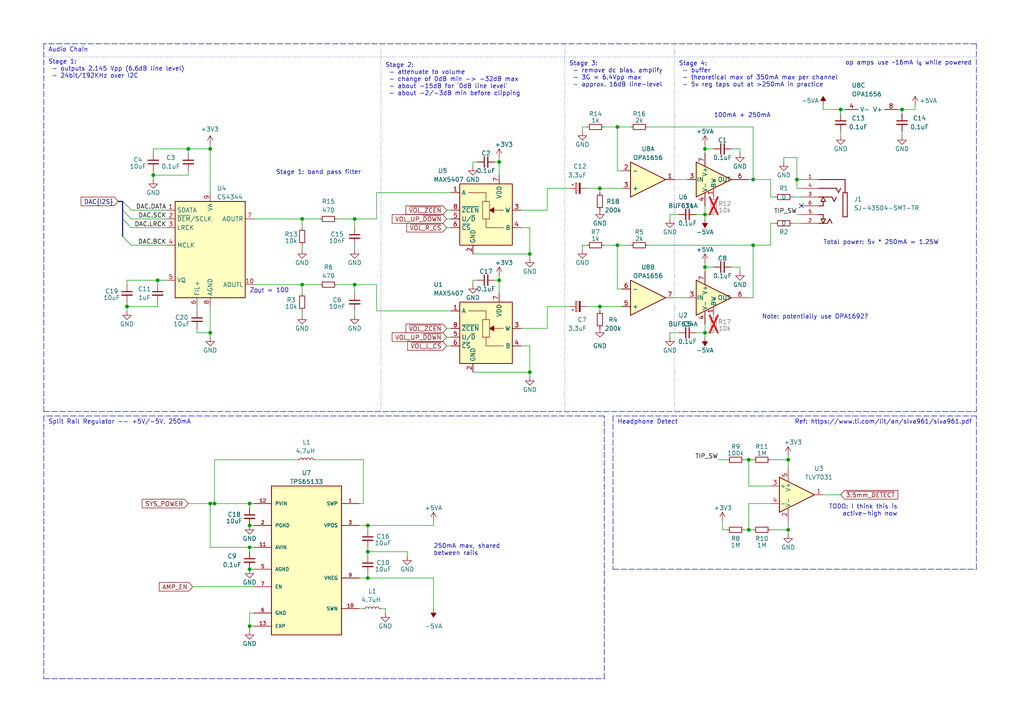
<source format=kicad_sch>
(kicad_sch (version 20230121) (generator eeschema)
  (paper "A4")
  (title_block (title "TANGARA") (date "2023-05-30") (rev "4") (company "made by jacqueline") (comment 1 "SPDX-License-Identifier: CERN-OHL-S-2.0"))
  (lib_symbols
    (symbol "Comparator:TLV7031DBV" (pin_names (offset 0.127))
      (property "Reference" "U" (at -1.27 6.35 0))
      (property "Value" "TLV7031DBV" (at -1.27 3.81 0))
      (symbol "TLV7031DBV_0_1"
        (polyline (pts (xy -5.08 5.08) (xy 5.08 0) (xy -5.08 -5.08) (xy -5.08 5.08)) (stroke (width 0.254)) (fill (type background)))
        (pin power_in line (at -2.54 -7.62 90) (length 3.81) (name "V-") (number "2"))
        (pin power_in line (at -2.54 7.62 270) (length 3.81) (name "V+") (number "5"))
      )
      (symbol "TLV7031DBV_1_1"
        (pin output line (at 7.62 0 180) (length 2.54) (name "~") (number "1"))
        (pin input line (at -7.62 2.54 0) (length 2.54) (name "+") (number "3"))
        (pin input line (at -7.62 -2.54 0) (length 2.54) (name "-") (number "4"))
      )
    )
    (symbol "Device:C_Polarized_Small" (pin_numbers hide) (pin_names (offset 0.254) hide)
      (property "Reference" "C" (at 0.254 1.778 0))
      (property "Value" "C_Polarized_Small" (at 0.254 -2.032 0))
      (symbol "C_Polarized_Small_0_1"
        (rectangle (start -1.524 -0.3048) (end 1.524 -0.6858) (fill (type outline)))
        (rectangle (start -1.524 0.6858) (end 1.524 0.3048))
        (polyline (pts (xy -1.27 1.524) (xy -0.762 1.524)))
        (polyline (pts (xy -1.016 1.27) (xy -1.016 1.778)))
      )
      (symbol "C_Polarized_Small_1_1"
        (pin passive line (at 0 2.54 270) (length 1.8542) (name "~") (number "1"))
        (pin passive line (at 0 -2.54 90) (length 1.8542) (name "~") (number "2"))
      )
    )
    (symbol "Device:C_Small" (pin_numbers hide) (pin_names (offset 0.254) hide)
      (property "Reference" "C" (at 0.254 1.778 0))
      (property "Value" "C_Small" (at 0.254 -2.032 0))
      (symbol "C_Small_0_1"
        (polyline (pts (xy -1.524 -0.508) (xy 1.524 -0.508)) (stroke (width 0.3302)))
        (polyline (pts (xy -1.524 0.508) (xy 1.524 0.508)) (stroke (width 0.3048)))
      )
      (symbol "C_Small_1_1"
        (pin passive line (at 0 2.54 270) (length 2.032) (name "~") (number "1"))
        (pin passive line (at 0 -2.54 90) (length 2.032) (name "~") (number "2"))
      )
    )
    (symbol "Device:L_Small" (pin_numbers hide) (pin_names (offset 0.254) hide)
      (property "Reference" "L" (at 0.762 1.016 0))
      (property "Value" "L_Small" (at 0.762 -1.016 0))
      (symbol "L_Small_0_1"
        (arc (start 0 -2.032) (mid 0.5058 -1.524) (end 0 -1.016))
        (arc (start 0 -1.016) (mid 0.5058 -0.508) (end 0 0))
        (arc (start 0 0) (mid 0.5058 0.508) (end 0 1.016))
        (arc (start 0 1.016) (mid 0.5058 1.524) (end 0 2.032))
      )
      (symbol "L_Small_1_1"
        (pin passive line (at 0 2.54 270) (length 0.508) (name "~") (number "1"))
        (pin passive line (at 0 -2.54 90) (length 0.508) (name "~") (number "2"))
      )
    )
    (symbol "Device:Opamp_Dual"
      (property "Reference" "U" (at 0 5.08 0))
      (property "Value" "Opamp_Dual" (at 0 -5.08 0))
      (symbol "Opamp_Dual_1_1"
        (polyline (pts (xy -5.08 5.08) (xy 5.08 0) (xy -5.08 -5.08) (xy -5.08 5.08)) (stroke (width 0.254)) (fill (type background)))
        (pin output line (at 7.62 0 180) (length 2.54) (name "~") (number "1"))
        (pin input line (at -7.62 -2.54 0) (length 2.54) (name "-") (number "2"))
        (pin input line (at -7.62 2.54 0) (length 2.54) (name "+") (number "3"))
      )
      (symbol "Opamp_Dual_2_1"
        (polyline (pts (xy -5.08 5.08) (xy 5.08 0) (xy -5.08 -5.08) (xy -5.08 5.08)) (stroke (width 0.254)) (fill (type background)))
        (pin input line (at -7.62 2.54 0) (length 2.54) (name "+") (number "5"))
        (pin input line (at -7.62 -2.54 0) (length 2.54) (name "-") (number "6"))
        (pin output line (at 7.62 0 180) (length 2.54) (name "~") (number "7"))
      )
      (symbol "Opamp_Dual_3_1"
        (pin power_in line (at -2.54 -7.62 90) (length 3.81) (name "V-") (number "4"))
        (pin power_in line (at -2.54 7.62 270) (length 3.81) (name "V+") (number "8"))
      )
    )
    (symbol "Device:R_Small" (pin_numbers hide) (pin_names (offset 0.254) hide)
      (property "Reference" "R" (at 0.762 0.508 0))
      (property "Value" "R_Small" (at 0.762 -1.016 0))
      (symbol "R_Small_0_1"
        (rectangle (start -0.762 1.778) (end 0.762 -1.778) (stroke (width 0.2032)))
      )
      (symbol "R_Small_1_1"
        (pin passive line (at 0 2.54 270) (length 0.762) (name "~") (number "1"))
        (pin passive line (at 0 -2.54 90) (length 0.762) (name "~") (number "2"))
      )
    )
    (symbol "MAX5407_1"
      (property "Reference" "U" (at -7.62 8.89 0))
      (property "Value" "MAX5407" (at 1.27 8.89 0))
      (symbol "MAX5407_1_0_1"
        (polyline (pts (xy 0 -2.54) (xy 0 -5.08) (xy 5.08 -5.08)))
        (polyline (pts (xy 5.08 0) (xy 3.81 0) (xy 1.27 0)))
        (polyline (pts (xy -5.08 5.08) (xy -2.54 5.08) (xy -2.54 5.08) (xy 0 5.08) (xy 0 2.54)))
      )
      (symbol "MAX5407_1_1_0"
        (pin passive line (at -10.16 -5.08 0) (length 2.54) (name "~{CS}") (number "6"))
        (pin passive line (at 3.81 10.16 270) (length 2.54) (name "VDD") (number "7"))
      )
      (symbol "MAX5407_1_1_1"
        (rectangle (start -7.62 7.62) (end 7.62 -10.16) (stroke (width 0.254)) (fill (type background)))
        (polyline (pts (xy 2.286 -0.762) (xy 2.286 0.762) (xy 1.016 0) (xy 2.286 -0.762)) (fill (type outline)))
        (rectangle (start 1.016 -2.54) (end -1.016 2.54))
        (pin passive line (at -10.16 5.08 0) (length 2.54) (name "A") (number "1"))
        (pin passive line (at -3.81 -12.7 90) (length 2.54) (name "GND") (number "2"))
        (pin passive line (at 10.16 0 180) (length 2.54) (name "W") (number "3"))
        (pin passive line (at 10.16 -5.08 180) (length 2.54) (name "B") (number "4"))
        (pin power_in line (at -10.16 -2.54 0) (length 2.54) (name "U/~{D}") (number "5"))
        (pin power_in line (at -10.16 0 0) (length 2.54) (name "~{ZCEN}") (number "8"))
      )
    )
    (symbol "power:+3V3" (power) (pin_names (offset 0))
      (property "Value" "+3V3" (at 0 3.556 0))
      (symbol "+3V3_0_1"
        (polyline (pts (xy -0.762 1.27) (xy 0 2.54)))
        (polyline (pts (xy 0 0) (xy 0 2.54)))
        (polyline (pts (xy 0 2.54) (xy 0.762 1.27)))
      )
      (symbol "+3V3_1_1"
        (pin power_in line (at 0 0 90) (length 0) hide (name "+3V3") (number "1"))
      )
    )
    (symbol "power:+5VA" (power) (pin_names (offset 0))
      (property "Value" "+5VA" (at 0 3.556 0))
      (symbol "+5VA_0_1"
        (polyline (pts (xy -0.762 1.27) (xy 0 2.54)))
        (polyline (pts (xy 0 0) (xy 0 2.54)))
        (polyline (pts (xy 0 2.54) (xy 0.762 1.27)))
      )
      (symbol "+5VA_1_1"
        (pin power_in line (at 0 0 90) (length 0) hide (name "+5VA") (number "1"))
      )
    )
    (symbol "power:-5VA" (power) (pin_names (offset 0))
      (property "Value" "-5VA" (at 0 3.81 0))
      (symbol "-5VA_0_0"
        (pin power_in line (at 0 0 90) (length 0) hide (name "-5VA") (number "1"))
      )
      (symbol "-5VA_0_1"
        (polyline (pts (xy 0 0) (xy 0 1.27) (xy 0.762 1.27) (xy 0 2.54) (xy -0.762 1.27) (xy 0 1.27)) (fill (type outline)))
      )
    )
    (symbol "power:GND" (power) (pin_names (offset 0))
      (property "Value" "GND" (at 0 -3.81 0))
      (symbol "GND_0_1"
        (polyline (pts (xy 0 0) (xy 0 -1.27) (xy 1.27 -1.27) (xy 0 -2.54) (xy -1.27 -1.27) (xy 0 -1.27)))
      )
      (symbol "GND_1_1"
        (pin power_in line (at 0 0 270) (length 0) hide (name "GND") (number "1"))
      )
    )
    (symbol "symbols:BUF634A" (pin_names (offset 0.127))
      (property "Reference" "U" (at 6.35 2.54 0))
      (property "Value" "BUF634A" (at 7.62 -2.54 0))
      (symbol "BUF634A_0_1"
        (polyline (pts (xy 5.08 0) (xy -5.08 5.08) (xy -5.08 -5.08) (xy 5.08 0)) (stroke (width 0.254)) (fill (type background)))
      )
      (symbol "BUF634A_1_1"
        (pin input line (at 0 -5.08 90) (length 2.54) (name "BW") (number "1"))
        (pin no_connect line (at -1.27 -1.27 180) (length 2.54) hide (name "NC") (number "2"))
        (pin input line (at -7.62 0 0) (length 2.54) (name "IN") (number "3"))
        (pin power_in line (at -2.54 -7.62 90) (length 3.81) (name "V-") (number "4"))
        (pin no_connect line (at -5.08 -2.54 0) (length 2.54) hide (name "NC") (number "5"))
        (pin output line (at 10.16 0 180) (length 5.08) (name "OUT") (number "6"))
        (pin power_in line (at -2.54 7.62 270) (length 3.81) (name "V+") (number "7"))
        (pin no_connect line (at 0 0 180) (length 2.54) hide (name "NC") (number "8"))
        (pin power_in line (at -2.54 -7.62 90) (length 2.54) hide (name "EP") (number "9"))
      )
    )
    (symbol "symbols:CS4334_1"
      (property "Reference" "U" (at -10.16 8.89 0))
      (property "Value" "CS4334" (at 6.35 -8.89 0))
      (symbol "CS4334_1_0_1"
        (rectangle (start -10.16 7.62) (end 10.16 -20.32) (stroke (width 0.254)) (fill (type background)))
      )
      (symbol "CS4334_1_1_0"
        (pin output line (at -12.7 -15.24 0) (length 2.54) (name "VQ") (number "5"))
        (pin output line (at -3.81 -22.86 90) (length 2.54) (name "FIL+") (number "6"))
      )
      (symbol "CS4334_1_1_1"
        (pin input line (at -12.7 5.08 0) (length 2.54) (name "SDATA") (number "1"))
        (pin output line (at 12.7 -16.51 180) (length 2.54) (name "AOUTL") (number "10"))
        (pin input line (at -12.7 2.54 0) (length 2.54) (name "~{DEM}/SCLK") (number "2"))
        (pin input line (at -12.7 0 0) (length 2.54) (name "LRCK") (number "3"))
        (pin input line (at -12.7 -5.08 0) (length 2.54) (name "MCLK") (number "4"))
        (pin output line (at 12.7 2.54 180) (length 2.54) (name "AOUTR") (number "7"))
        (pin power_in line (at 0 -22.86 90) (length 2.54) (name "AGND") (number "8"))
        (pin power_in line (at 0 10.16 270) (length 2.54) (name "VA") (number "9"))
      )
    )
    (symbol "symbols:MAX5407"
      (property "Reference" "U" (at -7.62 8.89 0))
      (property "Value" "MAX5407" (at 1.27 8.89 0))
      (symbol "MAX5407_0_1"
        (polyline (pts (xy 0 -2.54) (xy 0 -5.08) (xy 5.08 -5.08)))
        (polyline (pts (xy 5.08 0) (xy 3.81 0) (xy 1.27 0)))
        (polyline (pts (xy -5.08 5.08) (xy -2.54 5.08) (xy -2.54 5.08) (xy 0 5.08) (xy 0 2.54)))
      )
      (symbol "MAX5407_1_0"
        (pin passive line (at -10.16 -5.08 0) (length 2.54) (name "~{CS}") (number "6"))
        (pin passive line (at 3.81 10.16 270) (length 2.54) (name "VDD") (number "7"))
      )
      (symbol "MAX5407_1_1"
        (rectangle (start -7.62 7.62) (end 7.62 -10.16) (stroke (width 0.254)) (fill (type background)))
        (polyline (pts (xy 2.286 -0.762) (xy 2.286 0.762) (xy 1.016 0) (xy 2.286 -0.762)) (fill (type outline)))
        (rectangle (start 1.016 -2.54) (end -1.016 2.54))
        (pin passive line (at -10.16 5.08 0) (length 2.54) (name "A") (number "1"))
        (pin passive line (at -3.81 -12.7 90) (length 2.54) (name "GND") (number "2"))
        (pin passive line (at 10.16 0 180) (length 2.54) (name "W") (number "3"))
        (pin passive line (at 10.16 -5.08 180) (length 2.54) (name "B") (number "4"))
        (pin power_in line (at -10.16 -2.54 0) (length 2.54) (name "U/~{D}") (number "5"))
        (pin power_in line (at -10.16 0 0) (length 2.54) (name "~{ZCEN}") (number "8"))
      )
    )
    (symbol "symbols:SJ-43504-SMT-TR" (pin_names (offset 1.016))
      (property "Reference" "J" (at -8.9086 6.3633 0))
      (property "Value" "SJ-43504-SMT-TR" (at -8.8984 -11.4407 0))
      (symbol "SJ-43504-SMT-TR_0_0"
        (polyline (pts (xy -8.255 -5.715) (xy -8.255 1.27)) (stroke (width 0.254)))
        (polyline (pts (xy -8.255 1.27) (xy -7.62 1.27)) (stroke (width 0.254)))
        (polyline (pts (xy -7.62 1.27) (xy -6.985 1.27)) (stroke (width 0.254)))
        (polyline (pts (xy -7.62 5.08) (xy -7.62 1.27)) (stroke (width 0.254)))
        (polyline (pts (xy -6.985 -5.715) (xy -8.255 -5.715)) (stroke (width 0.254)))
        (polyline (pts (xy -6.985 1.27) (xy -6.985 -5.715)) (stroke (width 0.254)))
        (polyline (pts (xy -5.715 1.27) (xy -6.35 2.54)) (stroke (width 0.254)))
        (polyline (pts (xy -5.08 2.54) (xy -5.715 1.27)) (stroke (width 0.254)))
        (polyline (pts (xy -4.445 -1.27) (xy -5.08 0)) (stroke (width 0.254)))
        (polyline (pts (xy -3.81 0) (xy -4.445 -1.27)) (stroke (width 0.254)))
        (polyline (pts (xy -3.175 -6.35) (xy -3.81 -7.62)) (stroke (width 0.254)))
        (polyline (pts (xy -2.54 -7.62) (xy -3.175 -6.35)) (stroke (width 0.254)))
        (polyline (pts (xy -1.905 -6.35) (xy -1.27 -6.35)) (stroke (width 0.254)))
        (polyline (pts (xy -1.905 -1.27) (xy -1.27 -1.27)) (stroke (width 0.254)))
        (polyline (pts (xy -1.27 -7.62) (xy -2.54 -7.62)) (stroke (width 0.254)))
        (polyline (pts (xy -1.27 -7.62) (xy -1.905 -6.35)) (stroke (width 0.254)))
        (polyline (pts (xy -1.27 -6.35) (xy -0.635 -6.35)) (stroke (width 0.254)))
        (polyline (pts (xy -1.27 -5.08) (xy -1.27 -6.35)) (stroke (width 0.254)))
        (polyline (pts (xy -1.27 -2.54) (xy -1.27 -1.27)) (stroke (width 0.254)))
        (polyline (pts (xy -1.27 -1.27) (xy -0.635 -1.27)) (stroke (width 0.254)))
        (polyline (pts (xy -1.27 0) (xy -3.81 0)) (stroke (width 0.254)))
        (polyline (pts (xy -1.27 0) (xy -1.905 -1.27)) (stroke (width 0.254)))
        (polyline (pts (xy -0.635 -6.35) (xy -1.27 -7.62)) (stroke (width 0.254)))
        (polyline (pts (xy -0.635 -1.27) (xy -1.27 0)) (stroke (width 0.254)))
        (polyline (pts (xy 0 -7.62) (xy -1.27 -7.62)) (stroke (width 0.254)))
        (polyline (pts (xy 0 -5.08) (xy -1.27 -5.08)) (stroke (width 0.254)))
        (polyline (pts (xy 0 -2.54) (xy -1.27 -2.54)) (stroke (width 0.254)))
        (polyline (pts (xy 0 0) (xy -1.27 0)) (stroke (width 0.254)))
        (polyline (pts (xy 0 2.54) (xy -5.08 2.54)) (stroke (width 0.254)))
        (polyline (pts (xy 0 5.08) (xy -7.62 5.08)) (stroke (width 0.254)))
        (pin passive line (at 5.08 5.08 180) (length 5.08) (name "~") (number "1"))
        (pin passive line (at 5.08 -7.62 180) (length 5.08) (name "~") (number "2"))
        (pin passive line (at 5.08 0 180) (length 5.08) (name "~") (number "3"))
        (pin passive line (at 5.08 2.54 180) (length 5.08) (name "~") (number "4"))
        (pin passive line (at 5.08 -5.08 180) (length 5.08) (name "~") (number "5"))
        (pin passive line (at 5.08 -2.54 180) (length 5.08) (name "~") (number "6"))
      )
    )
    (symbol "symbols:TPS65135RTER" (pin_names (offset 1.016))
      (property "Reference" "U" (at -10.16 23.622 0))
      (property "Value" "TPS65135RTER" (at -10.16 -22.86 0))
      (symbol "TPS65135RTER_0_0"
        (rectangle (start -10.16 22.86) (end 10.16 -20.32) (stroke (width 0.254)) (fill (type background)))
        (pin bidirectional line (at 15.24 17.78 180) (length 5.08) (name "SWP") (number "1"))
        (pin bidirectional line (at 15.24 -12.7 180) (length 5.08) (name "SWN") (number "10"))
        (pin bidirectional line (at -15.24 5.08 0) (length 5.08) (name "AVIN") (number "11"))
        (pin bidirectional line (at -15.24 17.78 0) (length 5.08) (name "PVIN") (number "12"))
        (pin power_in line (at -15.24 -17.78 0) (length 5.08) (name "EXP") (number "13"))
        (pin power_in line (at -15.24 11.43 0) (length 5.08) (name "PGND") (number "2"))
        (pin output line (at 15.24 11.43 180) (length 5.08) (name "VPOS") (number "3"))
        (pin power_in line (at -15.24 -13.97 0) (length 5.08) hide (name "GND") (number "4"))
        (pin input line (at -15.24 -1.27 0) (length 5.08) (name "AGND") (number "5"))
        (pin power_in line (at -15.24 -13.97 0) (length 5.08) (name "GND") (number "6"))
        (pin input line (at -15.24 -6.35 0) (length 5.08) (name "EN") (number "7"))
        (pin output line (at -15.24 -13.97 0) (length 5.08) hide (name "GND") (number "8"))
        (pin output line (at 15.24 -3.81 180) (length 5.08) (name "VNEG") (number "9"))
      )
    )
  )
  (junction (at 204.47 43.18))
  (junction (at 261.62 31.75))
  (junction (at 153.67 107.95))
  (junction (at 44.45 50.8))
  (junction (at 45.72 81.28))
  (junction (at 60.96 96.52))
  (junction (at 36.83 88.9))
  (junction (at 54.61 43.18))
  (junction (at 87.63 82.55))
  (junction (at 179.07 71.12))
  (junction (at 204.47 96.52))
  (junction (at 60.96 146.05))
  (junction (at 228.6 153.67))
  (junction (at 72.39 181.61))
  (junction (at 144.78 81.28))
  (junction (at 153.67 73.66))
  (junction (at 106.68 167.64))
  (junction (at 72.39 165.1))
  (junction (at 218.44 71.12))
  (junction (at 72.39 152.4))
  (junction (at 173.99 54.61))
  (junction (at 60.96 43.18))
  (junction (at 179.07 36.83))
  (junction (at 173.99 88.9))
  (junction (at 72.39 158.75))
  (junction (at 62.23 146.05))
  (junction (at 231.14 52.07))
  (junction (at 218.44 52.07))
  (junction (at 217.17 133.35))
  (junction (at 106.68 152.4))
  (junction (at 102.87 82.55))
  (junction (at 106.68 160.02))
  (junction (at 144.78 46.99))
  (junction (at 72.39 146.05))
  (junction (at 204.47 77.47))
  (junction (at 217.17 153.67))
  (junction (at 243.84 31.75))
  (junction (at 204.47 62.23))
  (junction (at 87.63 63.5))
  (junction (at 228.6 133.35))
  (junction (at 102.87 63.5))
  (no_connect (at 232.41 59.69))
  (bus_entry (at 35.56 63.5) (size 2.54 2.54))
  (bus_entry (at 35.56 60.96) (size 2.54 2.54))
  (bus_entry (at 35.56 58.42) (size 2.54 2.54))
  (bus_entry (at 35.56 68.58) (size 2.54 2.54))
  (wire (pts (xy 57.15 90.17) (xy 57.15 88.9)))
  (wire (pts (xy 153.67 107.95) (xy 153.67 100.33)))
  (wire (pts (xy 54.61 43.18) (xy 60.96 43.18)))
  (wire (pts (xy 104.14 146.05) (xy 105.41 146.05)))
  (polyline (pts (xy 175.26 120.65) (xy 12.7 120.65)) (stroke (width 0) (type dash)))
  (polyline (pts (xy 12.7 16.51) (xy 283.21 16.51)) (stroke (width 0) (type dot)))
  (wire (pts (xy 214.63 43.18) (xy 212.09 43.18)))
  (wire (pts (xy 44.45 49.53) (xy 44.45 50.8)))
  (wire (pts (xy 54.61 50.8) (xy 44.45 50.8)))
  (wire (pts (xy 207.01 77.47) (xy 204.47 77.47)))
  (polyline (pts (xy 283.21 12.7) (xy 12.7 12.7)) (stroke (width 0) (type dash)))
  (wire (pts (xy 261.62 31.75) (xy 260.35 31.75)))
  (wire (pts (xy 180.34 83.82) (xy 179.07 83.82)))
  (wire (pts (xy 137.16 107.95) (xy 153.67 107.95)))
  (polyline (pts (xy 283.21 119.38) (xy 283.21 12.7)) (stroke (width 0) (type dash)))
  (wire (pts (xy 60.96 43.18) (xy 60.96 55.88)))
  (wire (pts (xy 238.76 31.75) (xy 243.84 31.75)))
  (polyline (pts (xy 163.83 12.7) (xy 163.83 119.38)) (stroke (width 0) (type dot)))
  (wire (pts (xy 153.67 66.04) (xy 151.13 66.04)))
  (wire (pts (xy 62.23 133.35) (xy 86.36 133.35)))
  (wire (pts (xy 105.41 176.53) (xy 104.14 176.53)))
  (wire (pts (xy 243.84 31.75) (xy 245.11 31.75)))
  (wire (pts (xy 223.52 57.15) (xy 224.79 57.15)))
  (wire (pts (xy 44.45 44.45) (xy 44.45 43.18)))
  (wire (pts (xy 60.96 158.75) (xy 60.96 146.05)))
  (wire (pts (xy 151.13 95.25) (xy 158.75 95.25)))
  (wire (pts (xy 223.52 140.97) (xy 217.17 140.97)))
  (wire (pts (xy 153.67 73.66) (xy 153.67 66.04)))
  (wire (pts (xy 143.51 81.28) (xy 144.78 81.28)))
  (wire (pts (xy 173.99 88.9) (xy 180.34 88.9)))
  (wire (pts (xy 209.55 153.67) (xy 210.82 153.67)))
  (wire (pts (xy 111.76 176.53) (xy 111.76 177.8)))
  (wire (pts (xy 261.62 39.37) (xy 261.62 38.1)))
  (wire (pts (xy 60.96 146.05) (xy 62.23 146.05)))
  (polyline (pts (xy 283.21 120.65) (xy 177.8 120.65)) (stroke (width 0) (type dash)))
  (wire (pts (xy 238.76 143.51) (xy 243.84 143.51)))
  (bus (pts (xy 35.56 60.96) (xy 35.56 63.5)))
  (wire (pts (xy 227.33 45.72) (xy 227.33 46.99)))
  (wire (pts (xy 129.54 97.79) (xy 130.81 97.79)))
  (wire (pts (xy 179.07 36.83) (xy 182.88 36.83)))
  (wire (pts (xy 105.41 146.05) (xy 105.41 133.35)))
  (wire (pts (xy 207.01 43.18) (xy 204.47 43.18)))
  (wire (pts (xy 151.13 60.96) (xy 158.75 60.96)))
  (wire (pts (xy 106.68 152.4) (xy 106.68 153.67)))
  (wire (pts (xy 194.31 63.5) (xy 194.31 62.23)))
  (wire (pts (xy 60.96 96.52) (xy 60.96 88.9)))
  (wire (pts (xy 243.84 33.02) (xy 243.84 31.75)))
  (wire (pts (xy 72.39 182.88) (xy 72.39 181.61)))
  (wire (pts (xy 137.16 82.55) (xy 137.16 81.28)))
  (wire (pts (xy 228.6 132.08) (xy 228.6 133.35)))
  (wire (pts (xy 187.96 71.12) (xy 218.44 71.12)))
  (wire (pts (xy 125.73 167.64) (xy 106.68 167.64)))
  (wire (pts (xy 223.52 57.15) (xy 223.52 52.07)))
  (wire (pts (xy 109.22 55.88) (xy 109.22 63.5)))
  (wire (pts (xy 231.14 52.07) (xy 232.41 52.07)))
  (wire (pts (xy 62.23 146.05) (xy 62.23 133.35)))
  (wire (pts (xy 204.47 62.23) (xy 207.01 62.23)))
  (wire (pts (xy 153.67 74.93) (xy 153.67 73.66)))
  (wire (pts (xy 217.17 140.97) (xy 217.17 133.35)))
  (wire (pts (xy 158.75 60.96) (xy 158.75 54.61)))
  (wire (pts (xy 261.62 33.02) (xy 261.62 31.75)))
  (bus (pts (xy 35.56 63.5) (xy 35.56 68.58)))
  (wire (pts (xy 102.87 82.55) (xy 109.22 82.55)))
  (wire (pts (xy 54.61 43.18) (xy 54.61 44.45)))
  (wire (pts (xy 265.43 31.75) (xy 261.62 31.75)))
  (wire (pts (xy 223.52 146.05) (xy 217.17 146.05)))
  (wire (pts (xy 194.31 62.23) (xy 196.85 62.23)))
  (wire (pts (xy 106.68 160.02) (xy 106.68 161.29)))
  (wire (pts (xy 125.73 151.13) (xy 125.73 152.4)))
  (wire (pts (xy 231.14 45.72) (xy 227.33 45.72)))
  (polyline (pts (xy 283.21 165.1) (xy 283.21 120.65)) (stroke (width 0) (type dash)))
  (wire (pts (xy 218.44 52.07) (xy 218.44 36.83)))
  (wire (pts (xy 44.45 43.18) (xy 54.61 43.18)))
  (wire (pts (xy 137.16 73.66) (xy 153.67 73.66)))
  (wire (pts (xy 215.9 153.67) (xy 217.17 153.67)))
  (wire (pts (xy 87.63 63.5) (xy 92.71 63.5)))
  (wire (pts (xy 179.07 49.53) (xy 179.07 36.83)))
  (wire (pts (xy 223.52 52.07) (xy 218.44 52.07)))
  (wire (pts (xy 106.68 152.4) (xy 125.73 152.4)))
  (wire (pts (xy 204.47 97.79) (xy 204.47 96.52)))
  (wire (pts (xy 36.83 88.9) (xy 36.83 90.17)))
  (wire (pts (xy 204.47 41.91) (xy 204.47 43.18)))
  (wire (pts (xy 215.9 133.35) (xy 217.17 133.35)))
  (wire (pts (xy 73.66 82.55) (xy 87.63 82.55)))
  (wire (pts (xy 223.52 71.12) (xy 218.44 71.12)))
  (wire (pts (xy 38.1 60.96) (xy 48.26 60.96)))
  (wire (pts (xy 137.16 46.99) (xy 138.43 46.99)))
  (wire (pts (xy 38.1 63.5) (xy 48.26 63.5)))
  (wire (pts (xy 201.93 62.23) (xy 204.47 62.23)))
  (wire (pts (xy 187.96 36.83) (xy 218.44 36.83)))
  (wire (pts (xy 223.52 133.35) (xy 228.6 133.35)))
  (wire (pts (xy 109.22 90.17) (xy 130.81 90.17)))
  (wire (pts (xy 231.14 62.23) (xy 232.41 62.23)))
  (wire (pts (xy 104.14 152.4) (xy 106.68 152.4)))
  (wire (pts (xy 62.23 146.05) (xy 72.39 146.05)))
  (wire (pts (xy 218.44 86.36) (xy 218.44 71.12)))
  (wire (pts (xy 173.99 90.17) (xy 173.99 88.9)))
  (wire (pts (xy 153.67 109.22) (xy 153.67 107.95)))
  (bus (pts (xy 34.29 58.42) (xy 35.56 58.42)))
  (wire (pts (xy 170.18 54.61) (xy 173.99 54.61)))
  (wire (pts (xy 72.39 181.61) (xy 73.66 181.61)))
  (wire (pts (xy 57.15 95.25) (xy 57.15 96.52)))
  (wire (pts (xy 173.99 55.88) (xy 173.99 54.61)))
  (bus (pts (xy 35.56 58.42) (xy 35.56 60.96)))
  (polyline (pts (xy 177.8 165.1) (xy 283.21 165.1)) (stroke (width 0) (type dash)))
  (wire (pts (xy 170.18 88.9) (xy 173.99 88.9)))
  (wire (pts (xy 106.68 158.75) (xy 106.68 160.02)))
  (wire (pts (xy 217.17 153.67) (xy 218.44 153.67)))
  (wire (pts (xy 194.31 96.52) (xy 196.85 96.52)))
  (wire (pts (xy 54.61 146.05) (xy 60.96 146.05)))
  (polyline (pts (xy 12.7 12.7) (xy 12.7 119.38)) (stroke (width 0) (type dash)))
  (wire (pts (xy 228.6 154.94) (xy 228.6 153.67)))
  (wire (pts (xy 87.63 85.09) (xy 87.63 82.55)))
  (wire (pts (xy 204.47 96.52) (xy 204.47 93.98)))
  (wire (pts (xy 204.47 76.2) (xy 204.47 77.47)))
  (wire (pts (xy 231.14 52.07) (xy 231.14 45.72)))
  (polyline (pts (xy 175.26 196.85) (xy 175.26 120.65)) (stroke (width 0) (type dash)))
  (wire (pts (xy 57.15 96.52) (xy 60.96 96.52)))
  (wire (pts (xy 194.31 97.79) (xy 194.31 96.52)))
  (wire (pts (xy 137.16 81.28) (xy 138.43 81.28)))
  (wire (pts (xy 102.87 72.39) (xy 102.87 71.12)))
  (wire (pts (xy 73.66 63.5) (xy 87.63 63.5)))
  (wire (pts (xy 231.14 54.61) (xy 232.41 54.61)))
  (wire (pts (xy 87.63 91.44) (xy 87.63 90.17)))
  (wire (pts (xy 204.47 62.23) (xy 204.47 59.69)))
  (wire (pts (xy 195.58 52.07) (xy 199.39 52.07)))
  (wire (pts (xy 158.75 95.25) (xy 158.75 88.9)))
  (wire (pts (xy 153.67 100.33) (xy 151.13 100.33)))
  (wire (pts (xy 217.17 133.35) (xy 218.44 133.35)))
  (wire (pts (xy 54.61 49.53) (xy 54.61 50.8)))
  (wire (pts (xy 144.78 80.01) (xy 144.78 81.28)))
  (wire (pts (xy 223.52 64.77) (xy 223.52 71.12)))
  (wire (pts (xy 118.11 160.02) (xy 106.68 160.02)))
  (wire (pts (xy 214.63 77.47) (xy 212.09 77.47)))
  (wire (pts (xy 87.63 72.39) (xy 87.63 71.12)))
  (wire (pts (xy 102.87 63.5) (xy 109.22 63.5)))
  (wire (pts (xy 243.84 39.37) (xy 243.84 38.1)))
  (wire (pts (xy 87.63 66.04) (xy 87.63 63.5)))
  (polyline (pts (xy 12.7 120.65) (xy 12.7 196.85)) (stroke (width 0) (type dash)))
  (wire (pts (xy 55.88 170.18) (xy 73.66 170.18)))
  (wire (pts (xy 265.43 31.75) (xy 265.43 30.48)))
  (wire (pts (xy 104.14 167.64) (xy 106.68 167.64)))
  (polyline (pts (xy 12.7 196.85) (xy 175.26 196.85)) (stroke (width 0) (type dash)))
  (wire (pts (xy 60.96 97.79) (xy 60.96 96.52)))
  (wire (pts (xy 129.54 63.5) (xy 130.81 63.5)))
  (wire (pts (xy 72.39 165.1) (xy 73.66 165.1)))
  (wire (pts (xy 129.54 100.33) (xy 130.81 100.33)))
  (wire (pts (xy 72.39 158.75) (xy 73.66 158.75)))
  (wire (pts (xy 209.55 151.13) (xy 209.55 153.67)))
  (wire (pts (xy 129.54 60.96) (xy 130.81 60.96)))
  (wire (pts (xy 129.54 66.04) (xy 130.81 66.04)))
  (wire (pts (xy 72.39 152.4) (xy 73.66 152.4)))
  (wire (pts (xy 223.52 64.77) (xy 224.79 64.77)))
  (wire (pts (xy 144.78 85.09) (xy 144.78 81.28)))
  (wire (pts (xy 204.47 63.5) (xy 204.47 62.23)))
  (wire (pts (xy 137.16 48.26) (xy 137.16 46.99)))
  (wire (pts (xy 143.51 46.99) (xy 144.78 46.99)))
  (wire (pts (xy 173.99 54.61) (xy 180.34 54.61)))
  (wire (pts (xy 38.1 71.12) (xy 48.26 71.12)))
  (wire (pts (xy 125.73 176.53) (xy 125.73 167.64)))
  (wire (pts (xy 105.41 133.35) (xy 91.44 133.35)))
  (wire (pts (xy 36.83 81.28) (xy 36.83 82.55)))
  (wire (pts (xy 204.47 96.52) (xy 207.01 96.52)))
  (wire (pts (xy 208.28 133.35) (xy 210.82 133.35)))
  (wire (pts (xy 45.72 87.63) (xy 45.72 88.9)))
  (wire (pts (xy 217.17 86.36) (xy 218.44 86.36)))
  (wire (pts (xy 72.39 146.05) (xy 72.39 147.32)))
  (wire (pts (xy 195.58 86.36) (xy 199.39 86.36)))
  (wire (pts (xy 72.39 146.05) (xy 73.66 146.05)))
  (wire (pts (xy 106.68 166.37) (xy 106.68 167.64)))
  (wire (pts (xy 204.47 43.18) (xy 204.47 44.45)))
  (wire (pts (xy 102.87 91.44) (xy 102.87 90.17)))
  (wire (pts (xy 102.87 82.55) (xy 102.87 85.09)))
  (wire (pts (xy 110.49 176.53) (xy 111.76 176.53)))
  (wire (pts (xy 180.34 49.53) (xy 179.07 49.53)))
  (wire (pts (xy 175.26 36.83) (xy 179.07 36.83)))
  (wire (pts (xy 109.22 55.88) (xy 130.81 55.88)))
  (wire (pts (xy 204.47 77.47) (xy 204.47 78.74)))
  (wire (pts (xy 217.17 52.07) (xy 218.44 52.07)))
  (wire (pts (xy 168.91 38.1) (xy 168.91 36.83)))
  (wire (pts (xy 129.54 95.25) (xy 130.81 95.25)))
  (wire (pts (xy 179.07 83.82) (xy 179.07 71.12)))
  (wire (pts (xy 228.6 133.35) (xy 228.6 135.89)))
  (wire (pts (xy 72.39 158.75) (xy 60.96 158.75)))
  (wire (pts (xy 87.63 82.55) (xy 92.71 82.55)))
  (wire (pts (xy 158.75 54.61) (xy 165.1 54.61)))
  (wire (pts (xy 38.1 66.04) (xy 48.26 66.04)))
  (wire (pts (xy 48.26 81.28) (xy 45.72 81.28)))
  (wire (pts (xy 45.72 81.28) (xy 36.83 81.28)))
  (wire (pts (xy 45.72 88.9) (xy 36.83 88.9)))
  (wire (pts (xy 201.93 96.52) (xy 204.47 96.52)))
  (wire (pts (xy 36.83 87.63) (xy 36.83 88.9)))
  (wire (pts (xy 214.63 44.45) (xy 214.63 43.18)))
  (wire (pts (xy 217.17 146.05) (xy 217.17 153.67)))
  (wire (pts (xy 118.11 161.29) (xy 118.11 160.02)))
  (wire (pts (xy 73.66 177.8) (xy 72.39 177.8)))
  (wire (pts (xy 72.39 160.02) (xy 72.39 158.75)))
  (wire (pts (xy 168.91 72.39) (xy 168.91 71.12)))
  (wire (pts (xy 179.07 71.12) (xy 182.88 71.12)))
  (wire (pts (xy 45.72 81.28) (xy 45.72 82.55)))
  (wire (pts (xy 223.52 153.67) (xy 228.6 153.67)))
  (wire (pts (xy 231.14 52.07) (xy 231.14 54.61)))
  (polyline (pts (xy 110.49 12.7) (xy 110.49 119.38)) (stroke (width 0) (type dot)))
  (wire (pts (xy 102.87 63.5) (xy 102.87 66.04)))
  (wire (pts (xy 97.79 82.55) (xy 102.87 82.55)))
  (polyline (pts (xy 195.58 12.7) (xy 195.58 119.38)) (stroke (width 0) (type dot)))
  (polyline (pts (xy 177.8 120.65) (xy 177.8 165.1)) (stroke (width 0) (type dash)))
  (wire (pts (xy 44.45 52.07) (xy 44.45 50.8)))
  (wire (pts (xy 168.91 71.12) (xy 170.18 71.12)))
  (wire (pts (xy 238.76 31.75) (xy 238.76 30.48)))
  (wire (pts (xy 97.79 63.5) (xy 102.87 63.5)))
  (wire (pts (xy 144.78 50.8) (xy 144.78 46.99)))
  (wire (pts (xy 228.6 153.67) (xy 228.6 151.13)))
  (wire (pts (xy 175.26 71.12) (xy 179.07 71.12)))
  (wire (pts (xy 144.78 45.72) (xy 144.78 46.99)))
  (wire (pts (xy 214.63 78.74) (xy 214.63 77.47)))
  (wire (pts (xy 109.22 82.55) (xy 109.22 90.17)))
  (polyline (pts (xy 12.7 119.38) (xy 283.21 119.38)) (stroke (width 0) (type dash)))
  (wire (pts (xy 60.96 41.91) (xy 60.96 43.18)))
  (wire (pts (xy 229.87 57.15) (xy 232.41 57.15)))
  (wire (pts (xy 229.87 64.77) (xy 232.41 64.77)))
  (wire (pts (xy 72.39 177.8) (xy 72.39 181.61)))
  (wire (pts (xy 158.75 88.9) (xy 165.1 88.9)))
  (wire (pts (xy 168.91 36.83) (xy 170.18 36.83)))
  (text "Stage 2:\n - attenuate to volume\n - change of 0dB min -> -32dB max\n - about -15dB for `0dB line level`\n - about -2/-3dB min before clipping" (at 111.76 27.94 0) (effects (font (size 1.27 1.27)) (justify left bottom)))
  (text "Note: potentially use OPA1692?" (at 220.98 92.71 0) (effects (font (size 1.27 1.27)) (justify left bottom)))
  (text "100mA + 250mA" (at 207.01 34.29 0) (effects (font (size 1.27 1.27)) (justify left bottom)))
  (text "Stage 3:\n - remove dc bias, amplify\n - 3G = 6.4Vpp max\n - approx. 16dB line-level" (at 165.1 25.4 0) (effects (font (size 1.27 1.27)) (justify left bottom)))
  (text "Audio Chain\n" (at 13.97 15.24 0) (effects (font (size 1.27 1.27)) (justify left bottom)))
  (text "Total power: 5v * 250mA = 1.25W" (at 238.76 71.12 0) (effects (font (size 1.27 1.27)) (justify left bottom)))
  (text "TODO: I think this is\nactive-high now" (at 260.35 149.86 0) (effects (font (size 1.27 1.27)) (justify right bottom)))
  (text "Ref: https://www.ti.com/lit/an/slva961/slva961.pdf" (at 281.94 123.19 0) (effects (font (size 1.27 1.27)) (justify right bottom)))
  (text "Stage 1:\n - outputs 2.145 Vpp (6.6dB line level)\n - 24bit/192KHz over I2C" (at 13.97 22.86 0) (effects (font (size 1.27 1.27)) (justify left bottom)))
  (text "250mA max, shared\nbetween rails" (at 125.73 161.29 0) (effects (font (size 1.27 1.27)) (justify left bottom)))
  (text "Z_{OUT} = 100" (at 72.39 85.09 0) (effects (font (size 1.27 1.27)) (justify left bottom)))
  (text "op amps use ~16mA I_{q} while powered" (at 281.94 19.05 0) (effects (font (size 1.27 1.27)) (justify right bottom)))
  (text "Stage 4:\n - buffer\n - theoretical max of 350mA max per channel\n - 5v reg taps out at >250mA in practice" (at 196.85 25.4 0) (effects (font (size 1.27 1.27)) (justify left bottom)))
  (text "Headphone Detect" (at 179.07 123.19 0) (effects (font (size 1.27 1.27)) (justify left bottom)))
  (text "Split Rail Regulator -- +5V/-5V, 250mA" (at 13.97 123.19 0) (effects (font (size 1.27 1.27)) (justify left bottom)))
  (text "Stage 1: band pass filter" (at 80.01 50.8 0) (effects (font (size 1.27 1.27)) (justify left bottom)))
  (label "TIP_SW" (at 231.14 62.23 180))
  (label "DAC.LRCK" (at 48.26 66.04 180))
  (label "TIP_SW" (at 208.28 133.35 180))
  (label "DAC.BCK" (at 48.26 71.12 180))
  (label "DAC.DATA" (at 48.26 60.96 180))
  (label "DAC.SCK" (at 48.26 63.5 180))
  (global_label "~{VOL_L_CS}" (shape input) (at 129.54 100.33 180) (property "Intersheetrefs" "${INTERSHEET_REFS}" (effects hide)))
  (global_label "VOL_UP_~{DOWN}" (shape input) (at 129.54 97.79 180) (property "Intersheetrefs" "${INTERSHEET_REFS}" (effects hide)))
  (global_label "~{VOL_ZCEN}" (shape input) (at 129.54 95.25 180) (property "Intersheetrefs" "${INTERSHEET_REFS}" (effects hide)))
  (global_label "~{3.5mm_DETECT}" (shape input) (at 243.84 143.51 0) (property "Intersheetrefs" "${INTERSHEET_REFS}" (effects hide)))
  (global_label "AMP_EN" (shape input) (at 55.88 170.18 180) (property "Intersheetrefs" "${INTERSHEET_REFS}" (effects hide)))
  (global_label "~{VOL_R_CS}" (shape input) (at 129.54 66.04 180) (property "Intersheetrefs" "${INTERSHEET_REFS}" (effects hide)))
  (global_label "~{VOL_ZCEN}" (shape input) (at 129.54 60.96 180) (property "Intersheetrefs" "${INTERSHEET_REFS}" (effects hide)))
  (global_label "SYS_POWER" (shape input) (at 54.61 146.05 180) (property "Intersheetrefs" "${INTERSHEET_REFS}" (effects hide)))
  (global_label "VOL_UP_~{DOWN}" (shape input) (at 129.54 63.5 180) (property "Intersheetrefs" "${INTERSHEET_REFS}" (effects hide)))
  (global_label "DAC{I2S}" (shape input) (at 34.29 58.42 180) (property "Intersheetrefs" "${INTERSHEET_REFS}" (effects hide)))
  (symbol (lib_id "Device:Opamp_Dual") (at 187.96 52.07 0) (mirror x) (unit 1)
    (property "Reference" "U8" (at 187.96 43.18 0))
    (property "Value" "OPA1656" (at 187.96 45.72 0))
    (property "Footprint" "Package_SO:SOIC-8_3.9x4.9mm_P1.27mm" (effects hide))
    (property "MPN" "OPA1656IDR" (effects hide))
  )
  (symbol (lib_id "power:GND") (at 72.39 165.1 0) (unit 1)
    (property "Reference" "#PWR015" (effects hide))
    (property "Value" "GND" (at 72.39 168.91 0))
  )
  (symbol (lib_id "symbols:SJ-43504-SMT-TR") (at 237.49 57.15 0) (mirror y) (unit 1)
    (property "Reference" "J1" (at 247.65 57.785 0) (effects (justify right)))
    (property "Value" "SJ-43504-SMT-TR" (at 247.65 60.325 0) (effects (justify right)))
    (property "Footprint" "footprints:CUI_SJ-43504-SMT-TR" (effects hide))
    (property "MPN" "SJ-43504-SMT-TR" (effects hide))
  )
  (symbol (lib_id "Device:R_Small") (at 87.63 68.58 180) (unit 1)
    (property "Reference" "R13" (at 84.455 67.945 0))
    (property "Value" "10k" (at 84.455 69.85 0))
    (property "Footprint" "Resistor_SMD:R_0603_1608Metric" (effects hide))
    (property "MPN" "AC0603JR-0710KL" (effects hide))
  )
  (symbol (lib_id "Device:R_Small") (at 185.42 71.12 90) (unit 1)
    (property "Reference" "R5" (at 185.42 67.31 90))
    (property "Value" "2k" (at 185.42 69.215 90))
    (property "Footprint" "Resistor_SMD:R_0603_1608Metric" (effects hide))
    (property "MPN" "ERJ-3RBD2001V " (effects hide))
  )
  (symbol (lib_id "power:GND") (at 228.6 154.94 0) (unit 1)
    (property "Reference" "#PWR048" (effects hide))
    (property "Value" "GND" (at 228.6 158.75 0))
  )
  (symbol (lib_id "power:GND") (at 194.31 97.79 0) (mirror y) (unit 1)
    (property "Reference" "#PWR09" (effects hide))
    (property "Value" "GND" (at 194.31 101.6 0))
  )
  (symbol (lib_id "Device:C_Small") (at 209.55 77.47 90) (unit 1)
    (property "Reference" "C8" (at 209.55 74.93 90))
    (property "Value" "0.1uF" (at 209.55 80.01 90))
    (property "Footprint" "Capacitor_SMD:C_0603_1608Metric" (effects hide))
    (property "MPN" "EMK107BJ104KAHT" (effects hide))
  )
  (symbol (lib_id "Device:R_Small") (at 207.01 59.69 0) (unit 1) (dnp yes)
    (property "Reference" "R12" (at 210.185 59.055 0))
    (property "Value" "10k" (at 210.185 60.96 0))
    (property "Footprint" "Resistor_SMD:R_0603_1608Metric" (effects hide))
    (property "MPN" "AC0603JR-0710KL" (effects hide))
  )
  (symbol (lib_id "Device:C_Small") (at 102.87 68.58 0) (unit 1)
    (property "Reference" "C15" (at 97.79 67.945 0))
    (property "Value" "10nF" (at 97.79 69.85 0))
    (property "Footprint" "Capacitor_SMD:C_0603_1608Metric" (effects hide))
    (property "MPN" "06035D103JAT2A " (effects hide))
  )
  (symbol (lib_id "power:+3V3") (at 209.55 151.13 0) (mirror y) (unit 1)
    (property "Reference" "#PWR047" (effects hide))
    (property "Value" "+3V3" (at 207.01 147.32 0) (effects (justify right)))
  )
  (symbol (lib_id "power:+5VA") (at 125.73 151.13 0) (unit 1)
    (property "Reference" "#PWR019" (effects hide))
    (property "Value" "+5VA" (at 125.73 147.32 0))
  )
  (symbol (lib_id "Device:L_Small") (at 107.95 176.53 270) (mirror x) (unit 1)
    (property "Reference" "L1" (at 109.22 171.45 90) (effects (justify right)))
    (property "Value" "4.7uH" (at 110.49 173.99 90) (effects (justify right)))
    (property "Footprint" "Inductor_SMD:L_1008_2520Metric" (effects hide))
    (property "MPN" "1239AS-H-4R7M" (effects hide))
  )
  (symbol (lib_id "power:GND") (at 173.99 60.96 0) (unit 1)
    (property "Reference" "#PWR033" (effects hide))
    (property "Value" "GND" (at 173.99 64.77 0))
  )
  (symbol (lib_id "Device:Opamp_Dual") (at 252.73 34.29 270) (unit 3)
    (property "Reference" "U8" (at 247.015 24.765 90) (effects (justify left)))
    (property "Value" "OPA1656" (at 247.015 27.305 90) (effects (justify left)))
    (property "Footprint" "Package_SO:SOIC-8_3.9x4.9mm_P1.27mm" (effects hide))
    (property "MPN" "OPA1656IDR" (effects hide))
  )
  (symbol (lib_id "Device:C_Small") (at 106.68 163.83 0) (unit 1)
    (property "Reference" "C10" (at 111.125 163.195 0))
    (property "Value" "10uF" (at 111.125 165.1 0))
    (property "Footprint" "Capacitor_SMD:C_0805_2012Metric" (effects hide))
    (property "MPN" "CL21A106KOQNNNG" (effects hide))
  )
  (symbol (lib_id "power:GND") (at 261.62 39.37 0) (unit 1)
    (property "Reference" "#PWR037" (effects hide))
    (property "Value" "GND" (at 261.62 43.18 0))
  )
  (symbol (lib_id "Device:C_Small") (at 44.45 46.99 0) (mirror y) (unit 1)
    (property "Reference" "C4" (at 40.005 46.355 0))
    (property "Value" "10uF" (at 40.005 48.26 0))
    (property "Footprint" "Capacitor_SMD:C_0805_2012Metric" (effects hide))
    (property "MPN" "CL21A106KOQNNNG" (effects hide))
  )
  (symbol (lib_id "power:+5VA") (at 204.47 41.91 0) (unit 1)
    (property "Reference" "#PWR026" (effects hide))
    (property "Value" "+5VA" (at 204.47 38.1 0))
  )
  (symbol (lib_id "symbols:TPS65135RTER") (at 88.9 163.83 0) (unit 1)
    (property "Reference" "U7" (at 88.9 137.16 0))
    (property "Value" "TPS65133" (at 88.9 139.7 0))
    (property "Footprint" "footprints:WSON-12" (effects hide))
    (property "MPN" "TPS65133DPDR" (effects hide))
  )
  (symbol (lib_id "power:GND") (at 153.67 74.93 0) (unit 1)
    (property "Reference" "#PWR044" (effects hide))
    (property "Value" "GND" (at 153.67 78.74 0))
  )
  (symbol (lib_id "power:-5VA") (at 204.47 63.5 180) (unit 1)
    (property "Reference" "#PWR028" (effects hide))
    (property "Value" "-5VA" (at 204.47 67.31 0))
  )
  (symbol (lib_id "power:GND") (at 87.63 72.39 0) (unit 1)
    (property "Reference" "#PWR020" (effects hide))
    (property "Value" "GND" (at 87.63 76.2 0))
  )
  (symbol (lib_id "Device:C_Small") (at 54.61 46.99 0) (unit 1)
    (property "Reference" "C3" (at 49.53 45.72 0))
    (property "Value" "0.1uF" (at 49.53 48.26 0))
    (property "Footprint" "Capacitor_SMD:C_0603_1608Metric" (effects hide))
    (property "MPN" "EMK107BJ104KAHT" (effects hide))
  )
  (symbol (lib_id "Device:C_Small") (at 36.83 85.09 0) (mirror y) (unit 1)
    (property "Reference" "C19" (at 32.385 84.455 0))
    (property "Value" "10uF" (at 32.385 86.36 0))
    (property "Footprint" "Capacitor_SMD:C_0805_2012Metric" (effects hide))
    (property "MPN" "CL21A106KOQNNNG" (effects hide))
  )
  (symbol (lib_id "Comparator:TLV7031DBV") (at 231.14 143.51 0) (unit 1)
    (property "Reference" "U3" (at 237.49 135.89 0))
    (property "Value" "TLV7031" (at 237.49 138.43 0))
    (property "Footprint" "Package_TO_SOT_SMD:SOT-353_SC-70-5" (effects hide))
    (property "Datasheet" "https://www.ti.com/lit/ds/symlink/tlv7031.pdf" (effects hide))
    (property "MPN" "TLV7031DBV" (effects hide))
  )
  (symbol (lib_id "power:GND") (at 102.87 72.39 0) (unit 1)
    (property "Reference" "#PWR017" (effects hide))
    (property "Value" "GND" (at 102.87 76.2 0))
  )
  (symbol (lib_id "power:+5VA") (at 204.47 76.2 0) (unit 1)
    (property "Reference" "#PWR030" (effects hide))
    (property "Value" "+5VA" (at 204.47 72.39 0))
  )
  (symbol (lib_id "Device:C_Polarized_Small") (at 167.64 88.9 90) (unit 1)
    (property "Reference" "C7" (at 170.18 92.71 90) (effects (justify left)))
    (property "Value" "3.3uF" (at 170.18 95.25 90) (effects (justify left)))
    (property "Footprint" "Capacitor_Tantalum_SMD:CP_EIA-2012-15_AVX-P" (effects hide))
    (property "MPN" "F381V335MSA " (effects hide))
  )
  (symbol (lib_id "power:GND") (at 60.96 97.79 0) (unit 1)
    (property "Reference" "#PWR06" (effects hide))
    (property "Value" "GND" (at 60.96 101.6 0))
  )
  (symbol (lib_id "Device:C_Small") (at 140.97 46.99 90) (mirror x) (unit 1)
    (property "Reference" "C2" (at 140.97 44.45 90))
    (property "Value" "0.1uF" (at 140.97 49.53 90))
    (property "Footprint" "Capacitor_SMD:C_0603_1608Metric" (effects hide))
    (property "MPN" "EMK107BJ104KAHT" (effects hide))
  )
  (symbol (lib_id "power:+3V3") (at 144.78 45.72 0) (mirror y) (unit 1)
    (property "Reference" "#PWR042" (effects hide))
    (property "Value" "+3V3" (at 143.51 41.91 0) (effects (justify right)))
  )
  (symbol (lib_id "power:GND") (at 214.63 78.74 0) (unit 1)
    (property "Reference" "#PWR036" (effects hide))
    (property "Value" "GND" (at 214.63 82.55 0))
  )
  (symbol (lib_id "Device:R_Small") (at 220.98 133.35 90) (unit 1)
    (property "Reference" "R11" (at 220.98 129.54 90))
    (property "Value" "1M" (at 220.98 131.445 90))
    (property "Footprint" "Resistor_SMD:R_0603_1608Metric" (effects hide))
    (property "MPN" "AC0603FR-131ML" (effects hide))
  )
  (symbol (lib_id "Device:C_Small") (at 45.72 85.09 0) (unit 1)
    (property "Reference" "C11" (at 41.91 83.82 0))
    (property "Value" "1uF" (at 41.91 86.36 0))
    (property "Footprint" "Capacitor_SMD:C_0805_2012Metric" (effects hide))
    (property "MPN" "EMK212BJ105KG-T" (effects hide))
    (instances (project "peripherals" (path "" (reference "C11") (unit 1))) (project "gay-ipod" (path "" (reference "C11") (unit 1)) (path "" (reference "C21") (unit 1))))
  )
  (symbol (lib_id "Device:C_Small") (at 199.39 96.52 270) (mirror x) (unit 1)
    (property "Reference" "C5" (at 199.39 93.98 90))
    (property "Value" "0.1uF" (at 199.39 99.06 90))
    (property "Footprint" "Capacitor_SMD:C_0603_1608Metric" (effects hide))
    (property "MPN" "EMK107BJ104KAHT" (effects hide))
  )
  (symbol (lib_id "Device:C_Small") (at 199.39 62.23 270) (mirror x) (unit 1)
    (property "Reference" "C11" (at 199.39 59.69 90))
    (property "Value" "0.1uF" (at 199.39 64.77 90))
    (property "Footprint" "Capacitor_SMD:C_0603_1608Metric" (effects hide))
    (property "MPN" "EMK107BJ104KAHT" (effects hide))
  )
  (symbol (lib_id "Device:C_Small") (at 57.15 92.71 0) (mirror y) (unit 1)
    (property "Reference" "C20" (at 52.705 92.075 0))
    (property "Value" "10uF" (at 52.705 93.98 0))
    (property "Footprint" "Capacitor_SMD:C_0805_2012Metric" (effects hide))
    (property "MPN" "CL21A106KOQNNNG" (effects hide))
  )
  (symbol (lib_id "power:GND") (at 168.91 72.39 0) (unit 1)
    (property "Reference" "#PWR032" (effects hide))
    (property "Value" "GND" (at 168.91 76.2 0))
  )
  (symbol (lib_name "MAX5407_1") (lib_id "symbols:MAX5407") (at 140.97 60.96 0) (unit 1)
    (property "Reference" "U5" (at 127 49.53 0) (effects (justify left)))
    (property "Value" "MAX5407" (at 125.73 52.07 0) (effects (justify left)))
    (property "Footprint" "Package_TO_SOT_SMD:SOT-23-8" (effects hide))
    (property "Datasheet" "http://ww1.microchip.com/downloads/en/DeviceDoc/21978c.pdf, MSOP-8" (effects hide))
    (property "MPN" "MAX5407EKA+T" (effects hide))
  )
  (symbol (lib_id "power:-5VA") (at 204.47 97.79 180) (unit 1)
    (property "Reference" "#PWR029" (effects hide))
    (property "Value" "-5VA" (at 204.47 101.6 0))
  )
  (symbol (lib_id "Device:R_Small") (at 213.36 133.35 90) (unit 1)
    (property "Reference" "R9" (at 213.36 129.54 90))
    (property "Value" "100k" (at 213.36 131.445 90))
    (property "Footprint" "Resistor_SMD:R_0603_1608Metric" (effects hide))
    (property "MPN" "RC0603JR-10100KL" (effects hide))
  )
  (symbol (lib_id "power:GND") (at 168.91 38.1 0) (unit 1)
    (property "Reference" "#PWR031" (effects hide))
    (property "Value" "GND" (at 168.91 41.91 0))
  )
  (symbol (lib_id "power:GND") (at 194.31 63.5 0) (mirror y) (unit 1)
    (property "Reference" "#PWR02" (effects hide))
    (property "Value" "GND" (at 194.31 67.31 0))
  )
  (symbol (lib_id "power:GND") (at 214.63 44.45 0) (unit 1)
    (property "Reference" "#PWR035" (effects hide))
    (property "Value" "GND" (at 214.63 48.26 0))
  )
  (symbol (lib_id "symbols:MAX5407") (at 140.97 95.25 0) (unit 1)
    (property "Reference" "U1" (at 125.73 82.55 0) (effects (justify left)))
    (property "Value" "MAX5407" (at 125.73 85.09 0) (effects (justify left)))
    (property "Footprint" "Package_TO_SOT_SMD:SOT-23-8" (effects hide))
    (property "Datasheet" "http://ww1.microchip.com/downloads/en/DeviceDoc/21978c.pdf, MSOP-8" (effects hide))
    (property "MPN" "MAX5407EKA+T" (effects hide))
  )
  (symbol (lib_id "Device:R_Small") (at 220.98 153.67 270) (mirror x) (unit 1)
    (property "Reference" "R10" (at 220.98 156.21 90))
    (property "Value" "1M" (at 220.98 158.115 90))
    (property "Footprint" "Resistor_SMD:R_0603_1608Metric" (effects hide))
    (property "MPN" "AC0603FR-131ML" (effects hide))
  )
  (symbol (lib_id "power:+3V3") (at 144.78 80.01 0) (mirror y) (unit 1)
    (property "Reference" "#PWR041" (effects hide))
    (property "Value" "+3V3" (at 143.51 76.2 0) (effects (justify right)))
  )
  (symbol (lib_id "power:+3V3") (at 60.96 41.91 0) (unit 1)
    (property "Reference" "#PWR07" (effects hide))
    (property "Value" "+3V3" (at 63.5 37.465 0) (effects (justify right)))
  )
  (symbol (lib_id "power:GND") (at 137.16 82.55 0) (mirror y) (unit 1)
    (property "Reference" "#PWR040" (effects hide))
    (property "Value" "GND" (at 137.16 86.36 0))
  )
  (symbol (lib_id "power:GND") (at 102.87 91.44 0) (unit 1)
    (property "Reference" "#PWR016" (effects hide))
    (property "Value" "GND" (at 102.87 95.25 0))
  )
  (symbol (lib_id "Device:L_Small") (at 88.9 133.35 270) (mirror x) (unit 1)
    (property "Reference" "L1" (at 90.17 128.27 90) (effects (justify right)))
    (property "Value" "4.7uH" (at 91.44 130.81 90) (effects (justify right)))
    (property "Footprint" "Inductor_SMD:L_1008_2520Metric" (effects hide))
    (property "MPN" "1239AS-H-4R7M" (effects hide))
    (instances (project "gay-ipod" (path "" (reference "L1") (unit 1)) (path "" (reference "L2") (unit 1))))
  )
  (symbol (lib_id "power:GND") (at 153.67 109.22 0) (unit 1)
    (property "Reference" "#PWR045" (effects hide))
    (property "Value" "GND" (at 153.67 113.03 0))
  )
  (symbol (lib_id "Device:R_Small") (at 172.72 36.83 90) (unit 1)
    (property "Reference" "R14" (at 172.72 33.02 90))
    (property "Value" "1k" (at 172.72 34.925 90))
    (property "Footprint" "Resistor_SMD:R_0603_1608Metric" (effects hide))
    (property "MPN" "ERJ-3RBD1001V" (effects hide))
  )
  (symbol (lib_id "Device:R_Small") (at 173.99 58.42 0) (mirror x) (unit 1)
    (property "Reference" "R18" (at 177.8 58.42 0))
    (property "Value" "200k" (at 177.8 60.96 0))
    (property "Footprint" "Resistor_SMD:R_0603_1608Metric" (effects hide))
    (property "MPN" "ERJ-3RED2003V " (effects hide))
  )
  (symbol (lib_id "Device:C_Small") (at 243.84 35.56 0) (mirror y) (unit 1)
    (property "Reference" "C13" (at 248.92 34.29 0))
    (property "Value" "0.1uF" (at 248.92 36.83 0))
    (property "Footprint" "Capacitor_SMD:C_0603_1608Metric" (effects hide))
    (property "MPN" "EMK107BJ104KAHT" (effects hide))
  )
  (symbol (lib_id "power:GND") (at 227.33 46.99 0) (unit 1)
    (property "Reference" "#PWR018" (effects hide))
    (property "Value" "GND" (at 227.33 50.8 0))
  )
  (symbol (lib_id "power:GND") (at 36.83 90.17 0) (unit 1)
    (property "Reference" "#PWR014" (effects hide))
    (property "Value" "GND" (at 36.83 93.98 0))
  )
  (symbol (lib_id "power:GND") (at 44.45 52.07 0) (unit 1)
    (property "Reference" "#PWR08" (effects hide))
    (property "Value" "GND" (at 44.45 55.88 0))
  )
  (symbol (lib_id "Device:R_Small") (at 227.33 64.77 90) (unit 1)
    (property "Reference" "R2" (at 227.33 67.31 90))
    (property "Value" "0" (at 227.33 64.77 90))
    (property "Footprint" "Resistor_SMD:R_0603_1608Metric" (effects hide))
  )
  (symbol (lib_id "power:GND") (at 72.39 152.4 0) (unit 1)
    (property "Reference" "#PWR024" (effects hide))
    (property "Value" "GND" (at 72.39 156.21 0))
  )
  (symbol (lib_id "Device:C_Polarized_Small") (at 167.64 54.61 90) (mirror x) (unit 1)
    (property "Reference" "C12" (at 170.18 48.26 90) (effects (justify left)))
    (property "Value" "3.3uF" (at 170.18 50.8 90) (effects (justify left)))
    (property "Footprint" "Capacitor_Tantalum_SMD:CP_EIA-2012-15_AVX-P" (effects hide))
    (property "MPN" "F381V335MSA " (effects hide))
  )
  (symbol (lib_id "Device:Opamp_Dual") (at 187.96 86.36 0) (mirror x) (unit 2)
    (property "Reference" "U8" (at 187.96 77.47 0))
    (property "Value" "OPA1656" (at 187.96 80.01 0))
    (property "Footprint" "Package_SO:SOIC-8_3.9x4.9mm_P1.27mm" (effects hide))
    (property "MPN" "OPA1656IDR" (effects hide))
  )
  (symbol (lib_id "power:GND") (at 111.76 177.8 0) (unit 1)
    (property "Reference" "#PWR039" (effects hide))
    (property "Value" "GND" (at 111.76 181.61 0))
  )
  (symbol (lib_id "Device:R_Small") (at 172.72 71.12 90) (unit 1)
    (property "Reference" "R7" (at 172.72 67.31 90))
    (property "Value" "1k" (at 172.72 69.215 90))
    (property "Footprint" "Resistor_SMD:R_0603_1608Metric" (effects hide))
    (property "MPN" "ERJ-3RBD1001V" (effects hide))
  )
  (symbol (lib_id "power:GND") (at 173.99 95.25 0) (unit 1)
    (property "Reference" "#PWR034" (effects hide))
    (property "Value" "GND" (at 173.99 100.33 0))
  )
  (symbol (lib_id "Device:R_Small") (at 95.25 63.5 90) (unit 1)
    (property "Reference" "R15" (at 95.25 58.42 90))
    (property "Value" "470" (at 95.25 60.96 90))
    (property "Footprint" "Resistor_SMD:R_0805_2012Metric" (effects hide))
    (property "MPN" "ERJ-6RBD4700V " (effects hide))
  )
  (symbol (lib_id "Device:R_Small") (at 227.33 57.15 90) (unit 1)
    (property "Reference" "R1" (at 227.33 54.61 90))
    (property "Value" "0" (at 227.33 57.15 90))
    (property "Footprint" "Resistor_SMD:R_0603_1608Metric" (effects hide))
  )
  (symbol (lib_id "Device:R_Small") (at 87.63 87.63 180) (unit 1)
    (property "Reference" "R3" (at 84.455 86.995 0))
    (property "Value" "10k" (at 84.455 88.9 0))
    (property "Footprint" "Resistor_SMD:R_0603_1608Metric" (effects hide))
    (property "MPN" "AC0603JR-0710KL" (effects hide))
  )
  (symbol (lib_id "power:GND") (at 137.16 48.26 0) (mirror y) (unit 1)
    (property "Reference" "#PWR043" (effects hide))
    (property "Value" "GND" (at 137.16 52.07 0))
  )
  (symbol (lib_id "power:GND") (at 87.63 91.44 0) (unit 1)
    (property "Reference" "#PWR021" (effects hide))
    (property "Value" "GND" (at 87.63 95.25 0))
  )
  (symbol (lib_id "power:GND") (at 118.11 161.29 0) (unit 1)
    (property "Reference" "#PWR013" (effects hide))
    (property "Value" "GND" (at 118.11 165.1 0))
  )
  (symbol (lib_id "Device:C_Small") (at 106.68 156.21 0) (unit 1)
    (property "Reference" "C16" (at 111.125 155.575 0))
    (property "Value" "10uF" (at 111.125 157.48 0))
    (property "Footprint" "Capacitor_SMD:C_0805_2012Metric" (effects hide))
    (property "MPN" "CL21A106KOQNNNG" (effects hide))
  )
  (symbol (lib_id "Device:R_Small") (at 185.42 36.83 90) (unit 1)
    (property "Reference" "R16" (at 185.42 33.02 90))
    (property "Value" "2k" (at 185.42 34.925 90))
    (property "Footprint" "Resistor_SMD:R_0603_1608Metric" (effects hide))
    (property "MPN" "ERJ-3RBD2001V " (effects hide))
  )
  (symbol (lib_id "Device:C_Small") (at 140.97 81.28 90) (mirror x) (unit 1)
    (property "Reference" "C17" (at 140.97 78.74 90))
    (property "Value" "0.1uF" (at 140.97 83.82 90))
    (property "Footprint" "Capacitor_SMD:C_0603_1608Metric" (effects hide))
    (property "MPN" "EMK107BJ104KAHT" (effects hide))
  )
  (symbol (lib_id "power:-5VA") (at 238.76 30.48 0) (unit 1)
    (property "Reference" "#PWR025" (effects hide))
    (property "Value" "-5VA" (at 234.95 29.21 0))
  )
  (symbol (lib_id "Device:C_Small") (at 72.39 149.86 0) (mirror y) (unit 1)
    (property "Reference" "C18" (at 67.945 149.225 0))
    (property "Value" "10uF" (at 67.945 151.13 0))
    (property "Footprint" "Capacitor_SMD:C_0805_2012Metric" (effects hide))
    (property "MPN" "CL21A106KOQNNNG" (effects hide))
  )
  (symbol (lib_id "Device:R_Small") (at 173.99 92.71 0) (mirror x) (unit 1)
    (property "Reference" "R4" (at 177.8 92.71 0))
    (property "Value" "200k" (at 177.8 95.25 0))
    (property "Footprint" "Resistor_SMD:R_0603_1608Metric" (effects hide))
    (property "MPN" "ERJ-3RED2003V " (effects hide))
  )
  (symbol (lib_id "Device:R_Small") (at 207.01 93.98 0) (unit 1) (dnp yes)
    (property "Reference" "R17" (at 210.185 93.345 0))
    (property "Value" "10k" (at 210.185 95.25 0))
    (property "Footprint" "Resistor_SMD:R_0603_1608Metric" (effects hide))
    (property "MPN" "AC0603JR-0710KL" (effects hide))
  )
  (symbol (lib_id "power:GND") (at 243.84 39.37 0) (unit 1)
    (property "Reference" "#PWR038" (effects hide))
    (property "Value" "GND" (at 243.84 43.18 0))
  )
  (symbol (lib_id "symbols:BUF634A") (at 207.01 86.36 0) (unit 1)
    (property "Reference" "U2" (at 198.12 91.44 0))
    (property "Value" "BUF634A" (at 198.12 93.98 0))
    (property "Footprint" "Package_SO:SOIC-8-1EP_3.9x4.9mm_P1.27mm_EP2.29x3mm_ThermalVias" (effects hide))
    (property "MPN" "BUF634AIDDAR" (effects hide))
  )
  (symbol (lib_id "power:+3V3") (at 228.6 132.08 0) (mirror y) (unit 1)
    (property "Reference" "#PWR046" (effects hide))
    (property "Value" "+3V3" (at 227.33 128.27 0) (effects (justify right)))
  )
  (symbol (lib_id "Device:R_Small") (at 213.36 153.67 270) (unit 1)
    (property "Reference" "R8" (at 213.36 156.21 90))
    (property "Value" "1M" (at 213.36 158.115 90))
    (property "Footprint" "Resistor_SMD:R_0603_1608Metric" (effects hide))
    (property "MPN" "AC0603FR-131ML" (effects hide))
  )
  (symbol (lib_id "power:+5VA") (at 265.43 30.48 0) (unit 1)
    (property "Reference" "#PWR027" (effects hide))
    (property "Value" "+5VA" (at 269.24 29.21 0))
  )
  (symbol (lib_id "power:GND") (at 72.39 182.88 0) (mirror y) (unit 1)
    (property "Reference" "#PWR012" (effects hide))
    (property "Value" "GND" (at 72.39 186.69 0))
  )
  (symbol (lib_id "Device:C_Small") (at 261.62 35.56 0) (mirror y) (unit 1)
    (property "Reference" "C14" (at 266.7 34.29 0))
    (property "Value" "0.1uF" (at 266.7 36.83 0))
    (property "Footprint" "Capacitor_SMD:C_0603_1608Metric" (effects hide))
    (property "MPN" "EMK107BJ104KAHT" (effects hide))
  )
  (symbol (lib_id "Device:C_Small") (at 72.39 162.56 0) (unit 1)
    (property "Reference" "C9" (at 67.31 161.29 0))
    (property "Value" "0.1uF" (at 67.31 163.83 0))
    (property "Footprint" "Capacitor_SMD:C_0603_1608Metric" (effects hide))
    (property "MPN" "EMK107BJ104KAHT" (effects hide))
  )
  (symbol (lib_id "symbols:CS4334_1") (at 60.96 66.04 0) (unit 1)
    (property "Reference" "U4" (at 62.9159 54.61 0) (effects (justify left)))
    (property "Value" "CS4344" (at 62.9159 57.15 0) (effects (justify left)))
    (property "Footprint" "footprints:TSSOP-10-CS" (effects hide))
    (property "Datasheet" "https://statics.cirrus.com/pubs/proDatasheet/CS4334-5-8-9_F7.pdf" (effects hide))
    (property "MPN" "CS4344-DZZ" (effects hide))
  )
  (symbol (lib_id "Device:C_Small") (at 102.87 87.63 0) (unit 1)
    (property "Reference" "C6" (at 97.79 86.995 0))
    (property "Value" "10nF" (at 97.79 88.9 0))
    (property "Footprint" "Capacitor_SMD:C_0603_1608Metric" (effects hide))
    (property "MPN" "06035D103JAT2A " (effects hide))
  )
  (symbol (lib_id "symbols:BUF634A") (at 207.01 52.07 0) (unit 1)
    (property "Reference" "U6" (at 198.12 57.15 0))
    (property "Value" "BUF634A" (at 198.12 59.69 0))
    (property "Footprint" "Package_SO:SOIC-8-1EP_3.9x4.9mm_P1.27mm_EP2.29x3mm_ThermalVias" (effects hide))
    (property "MPN" "BUF634AIDDAR" (effects hide))
  )
  (symbol (lib_id "Device:R_Small") (at 95.25 82.55 90) (mirror x) (unit 1)
    (property "Reference" "R6" (at 95.25 77.47 90))
    (property "Value" "470" (at 95.25 80.01 90))
    (property "Footprint" "Resistor_SMD:R_0805_2012Metric" (effects hide))
    (property "MPN" "ERJ-6RBD4700V " (effects hide))
  )
  (symbol (lib_id "Device:C_Small") (at 209.55 43.18 90) (unit 1)
    (property "Reference" "C1" (at 209.55 40.64 90))
    (property "Value" "0.1uF" (at 209.55 45.72 90))
    (property "Footprint" "Capacitor_SMD:C_0603_1608Metric" (effects hide))
    (property "MPN" "EMK107BJ104KAHT" (effects hide))
  )
  (symbol (lib_id "power:-5VA") (at 125.73 176.53 180) (unit 1)
    (property "Reference" "#PWR022" (effects hide))
    (property "Value" "-5VA" (at 125.73 181.61 0))
  )
)
</source>
